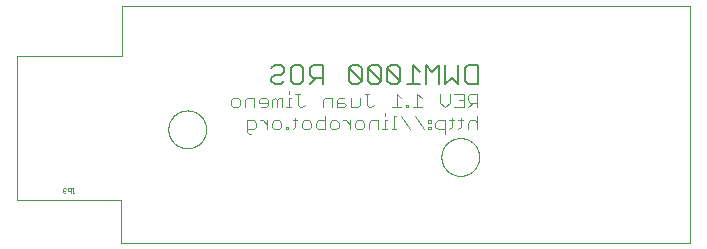
<source format=gbo>
G75*
%MOIN*%
%OFA0B0*%
%FSLAX25Y25*%
%IPPOS*%
%LPD*%
%AMOC8*
5,1,8,0,0,1.08239X$1,22.5*
%
%ADD10C,0.00000*%
%ADD11C,0.00600*%
%ADD12C,0.00400*%
%ADD13C,0.00100*%
D10*
X0035742Y0004543D02*
X0225421Y0004380D01*
X0225257Y0083418D01*
X0036116Y0083287D01*
X0035913Y0066626D01*
X0001142Y0066829D01*
X0001000Y0018636D01*
X0035777Y0018636D01*
X0035742Y0004543D01*
X0142509Y0033078D02*
X0142511Y0033236D01*
X0142517Y0033394D01*
X0142527Y0033552D01*
X0142541Y0033710D01*
X0142559Y0033867D01*
X0142580Y0034024D01*
X0142606Y0034180D01*
X0142636Y0034336D01*
X0142669Y0034491D01*
X0142707Y0034644D01*
X0142748Y0034797D01*
X0142793Y0034949D01*
X0142842Y0035100D01*
X0142895Y0035249D01*
X0142951Y0035397D01*
X0143011Y0035543D01*
X0143075Y0035688D01*
X0143143Y0035831D01*
X0143214Y0035973D01*
X0143288Y0036113D01*
X0143366Y0036250D01*
X0143448Y0036386D01*
X0143532Y0036520D01*
X0143621Y0036651D01*
X0143712Y0036780D01*
X0143807Y0036907D01*
X0143904Y0037032D01*
X0144005Y0037154D01*
X0144109Y0037273D01*
X0144216Y0037390D01*
X0144326Y0037504D01*
X0144439Y0037615D01*
X0144554Y0037724D01*
X0144672Y0037829D01*
X0144793Y0037931D01*
X0144916Y0038031D01*
X0145042Y0038127D01*
X0145170Y0038220D01*
X0145300Y0038310D01*
X0145433Y0038396D01*
X0145568Y0038480D01*
X0145704Y0038559D01*
X0145843Y0038636D01*
X0145984Y0038708D01*
X0146126Y0038778D01*
X0146270Y0038843D01*
X0146416Y0038905D01*
X0146563Y0038963D01*
X0146712Y0039018D01*
X0146862Y0039069D01*
X0147013Y0039116D01*
X0147165Y0039159D01*
X0147318Y0039198D01*
X0147473Y0039234D01*
X0147628Y0039265D01*
X0147784Y0039293D01*
X0147940Y0039317D01*
X0148097Y0039337D01*
X0148255Y0039353D01*
X0148412Y0039365D01*
X0148571Y0039373D01*
X0148729Y0039377D01*
X0148887Y0039377D01*
X0149045Y0039373D01*
X0149204Y0039365D01*
X0149361Y0039353D01*
X0149519Y0039337D01*
X0149676Y0039317D01*
X0149832Y0039293D01*
X0149988Y0039265D01*
X0150143Y0039234D01*
X0150298Y0039198D01*
X0150451Y0039159D01*
X0150603Y0039116D01*
X0150754Y0039069D01*
X0150904Y0039018D01*
X0151053Y0038963D01*
X0151200Y0038905D01*
X0151346Y0038843D01*
X0151490Y0038778D01*
X0151632Y0038708D01*
X0151773Y0038636D01*
X0151912Y0038559D01*
X0152048Y0038480D01*
X0152183Y0038396D01*
X0152316Y0038310D01*
X0152446Y0038220D01*
X0152574Y0038127D01*
X0152700Y0038031D01*
X0152823Y0037931D01*
X0152944Y0037829D01*
X0153062Y0037724D01*
X0153177Y0037615D01*
X0153290Y0037504D01*
X0153400Y0037390D01*
X0153507Y0037273D01*
X0153611Y0037154D01*
X0153712Y0037032D01*
X0153809Y0036907D01*
X0153904Y0036780D01*
X0153995Y0036651D01*
X0154084Y0036520D01*
X0154168Y0036386D01*
X0154250Y0036250D01*
X0154328Y0036113D01*
X0154402Y0035973D01*
X0154473Y0035831D01*
X0154541Y0035688D01*
X0154605Y0035543D01*
X0154665Y0035397D01*
X0154721Y0035249D01*
X0154774Y0035100D01*
X0154823Y0034949D01*
X0154868Y0034797D01*
X0154909Y0034644D01*
X0154947Y0034491D01*
X0154980Y0034336D01*
X0155010Y0034180D01*
X0155036Y0034024D01*
X0155057Y0033867D01*
X0155075Y0033710D01*
X0155089Y0033552D01*
X0155099Y0033394D01*
X0155105Y0033236D01*
X0155107Y0033078D01*
X0155105Y0032920D01*
X0155099Y0032762D01*
X0155089Y0032604D01*
X0155075Y0032446D01*
X0155057Y0032289D01*
X0155036Y0032132D01*
X0155010Y0031976D01*
X0154980Y0031820D01*
X0154947Y0031665D01*
X0154909Y0031512D01*
X0154868Y0031359D01*
X0154823Y0031207D01*
X0154774Y0031056D01*
X0154721Y0030907D01*
X0154665Y0030759D01*
X0154605Y0030613D01*
X0154541Y0030468D01*
X0154473Y0030325D01*
X0154402Y0030183D01*
X0154328Y0030043D01*
X0154250Y0029906D01*
X0154168Y0029770D01*
X0154084Y0029636D01*
X0153995Y0029505D01*
X0153904Y0029376D01*
X0153809Y0029249D01*
X0153712Y0029124D01*
X0153611Y0029002D01*
X0153507Y0028883D01*
X0153400Y0028766D01*
X0153290Y0028652D01*
X0153177Y0028541D01*
X0153062Y0028432D01*
X0152944Y0028327D01*
X0152823Y0028225D01*
X0152700Y0028125D01*
X0152574Y0028029D01*
X0152446Y0027936D01*
X0152316Y0027846D01*
X0152183Y0027760D01*
X0152048Y0027676D01*
X0151912Y0027597D01*
X0151773Y0027520D01*
X0151632Y0027448D01*
X0151490Y0027378D01*
X0151346Y0027313D01*
X0151200Y0027251D01*
X0151053Y0027193D01*
X0150904Y0027138D01*
X0150754Y0027087D01*
X0150603Y0027040D01*
X0150451Y0026997D01*
X0150298Y0026958D01*
X0150143Y0026922D01*
X0149988Y0026891D01*
X0149832Y0026863D01*
X0149676Y0026839D01*
X0149519Y0026819D01*
X0149361Y0026803D01*
X0149204Y0026791D01*
X0149045Y0026783D01*
X0148887Y0026779D01*
X0148729Y0026779D01*
X0148571Y0026783D01*
X0148412Y0026791D01*
X0148255Y0026803D01*
X0148097Y0026819D01*
X0147940Y0026839D01*
X0147784Y0026863D01*
X0147628Y0026891D01*
X0147473Y0026922D01*
X0147318Y0026958D01*
X0147165Y0026997D01*
X0147013Y0027040D01*
X0146862Y0027087D01*
X0146712Y0027138D01*
X0146563Y0027193D01*
X0146416Y0027251D01*
X0146270Y0027313D01*
X0146126Y0027378D01*
X0145984Y0027448D01*
X0145843Y0027520D01*
X0145704Y0027597D01*
X0145568Y0027676D01*
X0145433Y0027760D01*
X0145300Y0027846D01*
X0145170Y0027936D01*
X0145042Y0028029D01*
X0144916Y0028125D01*
X0144793Y0028225D01*
X0144672Y0028327D01*
X0144554Y0028432D01*
X0144439Y0028541D01*
X0144326Y0028652D01*
X0144216Y0028766D01*
X0144109Y0028883D01*
X0144005Y0029002D01*
X0143904Y0029124D01*
X0143807Y0029249D01*
X0143712Y0029376D01*
X0143621Y0029505D01*
X0143532Y0029636D01*
X0143448Y0029770D01*
X0143366Y0029906D01*
X0143288Y0030043D01*
X0143214Y0030183D01*
X0143143Y0030325D01*
X0143075Y0030468D01*
X0143011Y0030613D01*
X0142951Y0030759D01*
X0142895Y0030907D01*
X0142842Y0031056D01*
X0142793Y0031207D01*
X0142748Y0031359D01*
X0142707Y0031512D01*
X0142669Y0031665D01*
X0142636Y0031820D01*
X0142606Y0031976D01*
X0142580Y0032132D01*
X0142559Y0032289D01*
X0142541Y0032446D01*
X0142527Y0032604D01*
X0142517Y0032762D01*
X0142511Y0032920D01*
X0142509Y0033078D01*
X0051494Y0042278D02*
X0051496Y0042436D01*
X0051502Y0042594D01*
X0051512Y0042752D01*
X0051526Y0042910D01*
X0051544Y0043067D01*
X0051565Y0043224D01*
X0051591Y0043380D01*
X0051621Y0043536D01*
X0051654Y0043691D01*
X0051692Y0043844D01*
X0051733Y0043997D01*
X0051778Y0044149D01*
X0051827Y0044300D01*
X0051880Y0044449D01*
X0051936Y0044597D01*
X0051996Y0044743D01*
X0052060Y0044888D01*
X0052128Y0045031D01*
X0052199Y0045173D01*
X0052273Y0045313D01*
X0052351Y0045450D01*
X0052433Y0045586D01*
X0052517Y0045720D01*
X0052606Y0045851D01*
X0052697Y0045980D01*
X0052792Y0046107D01*
X0052889Y0046232D01*
X0052990Y0046354D01*
X0053094Y0046473D01*
X0053201Y0046590D01*
X0053311Y0046704D01*
X0053424Y0046815D01*
X0053539Y0046924D01*
X0053657Y0047029D01*
X0053778Y0047131D01*
X0053901Y0047231D01*
X0054027Y0047327D01*
X0054155Y0047420D01*
X0054285Y0047510D01*
X0054418Y0047596D01*
X0054553Y0047680D01*
X0054689Y0047759D01*
X0054828Y0047836D01*
X0054969Y0047908D01*
X0055111Y0047978D01*
X0055255Y0048043D01*
X0055401Y0048105D01*
X0055548Y0048163D01*
X0055697Y0048218D01*
X0055847Y0048269D01*
X0055998Y0048316D01*
X0056150Y0048359D01*
X0056303Y0048398D01*
X0056458Y0048434D01*
X0056613Y0048465D01*
X0056769Y0048493D01*
X0056925Y0048517D01*
X0057082Y0048537D01*
X0057240Y0048553D01*
X0057397Y0048565D01*
X0057556Y0048573D01*
X0057714Y0048577D01*
X0057872Y0048577D01*
X0058030Y0048573D01*
X0058189Y0048565D01*
X0058346Y0048553D01*
X0058504Y0048537D01*
X0058661Y0048517D01*
X0058817Y0048493D01*
X0058973Y0048465D01*
X0059128Y0048434D01*
X0059283Y0048398D01*
X0059436Y0048359D01*
X0059588Y0048316D01*
X0059739Y0048269D01*
X0059889Y0048218D01*
X0060038Y0048163D01*
X0060185Y0048105D01*
X0060331Y0048043D01*
X0060475Y0047978D01*
X0060617Y0047908D01*
X0060758Y0047836D01*
X0060897Y0047759D01*
X0061033Y0047680D01*
X0061168Y0047596D01*
X0061301Y0047510D01*
X0061431Y0047420D01*
X0061559Y0047327D01*
X0061685Y0047231D01*
X0061808Y0047131D01*
X0061929Y0047029D01*
X0062047Y0046924D01*
X0062162Y0046815D01*
X0062275Y0046704D01*
X0062385Y0046590D01*
X0062492Y0046473D01*
X0062596Y0046354D01*
X0062697Y0046232D01*
X0062794Y0046107D01*
X0062889Y0045980D01*
X0062980Y0045851D01*
X0063069Y0045720D01*
X0063153Y0045586D01*
X0063235Y0045450D01*
X0063313Y0045313D01*
X0063387Y0045173D01*
X0063458Y0045031D01*
X0063526Y0044888D01*
X0063590Y0044743D01*
X0063650Y0044597D01*
X0063706Y0044449D01*
X0063759Y0044300D01*
X0063808Y0044149D01*
X0063853Y0043997D01*
X0063894Y0043844D01*
X0063932Y0043691D01*
X0063965Y0043536D01*
X0063995Y0043380D01*
X0064021Y0043224D01*
X0064042Y0043067D01*
X0064060Y0042910D01*
X0064074Y0042752D01*
X0064084Y0042594D01*
X0064090Y0042436D01*
X0064092Y0042278D01*
X0064090Y0042120D01*
X0064084Y0041962D01*
X0064074Y0041804D01*
X0064060Y0041646D01*
X0064042Y0041489D01*
X0064021Y0041332D01*
X0063995Y0041176D01*
X0063965Y0041020D01*
X0063932Y0040865D01*
X0063894Y0040712D01*
X0063853Y0040559D01*
X0063808Y0040407D01*
X0063759Y0040256D01*
X0063706Y0040107D01*
X0063650Y0039959D01*
X0063590Y0039813D01*
X0063526Y0039668D01*
X0063458Y0039525D01*
X0063387Y0039383D01*
X0063313Y0039243D01*
X0063235Y0039106D01*
X0063153Y0038970D01*
X0063069Y0038836D01*
X0062980Y0038705D01*
X0062889Y0038576D01*
X0062794Y0038449D01*
X0062697Y0038324D01*
X0062596Y0038202D01*
X0062492Y0038083D01*
X0062385Y0037966D01*
X0062275Y0037852D01*
X0062162Y0037741D01*
X0062047Y0037632D01*
X0061929Y0037527D01*
X0061808Y0037425D01*
X0061685Y0037325D01*
X0061559Y0037229D01*
X0061431Y0037136D01*
X0061301Y0037046D01*
X0061168Y0036960D01*
X0061033Y0036876D01*
X0060897Y0036797D01*
X0060758Y0036720D01*
X0060617Y0036648D01*
X0060475Y0036578D01*
X0060331Y0036513D01*
X0060185Y0036451D01*
X0060038Y0036393D01*
X0059889Y0036338D01*
X0059739Y0036287D01*
X0059588Y0036240D01*
X0059436Y0036197D01*
X0059283Y0036158D01*
X0059128Y0036122D01*
X0058973Y0036091D01*
X0058817Y0036063D01*
X0058661Y0036039D01*
X0058504Y0036019D01*
X0058346Y0036003D01*
X0058189Y0035991D01*
X0058030Y0035983D01*
X0057872Y0035979D01*
X0057714Y0035979D01*
X0057556Y0035983D01*
X0057397Y0035991D01*
X0057240Y0036003D01*
X0057082Y0036019D01*
X0056925Y0036039D01*
X0056769Y0036063D01*
X0056613Y0036091D01*
X0056458Y0036122D01*
X0056303Y0036158D01*
X0056150Y0036197D01*
X0055998Y0036240D01*
X0055847Y0036287D01*
X0055697Y0036338D01*
X0055548Y0036393D01*
X0055401Y0036451D01*
X0055255Y0036513D01*
X0055111Y0036578D01*
X0054969Y0036648D01*
X0054828Y0036720D01*
X0054689Y0036797D01*
X0054553Y0036876D01*
X0054418Y0036960D01*
X0054285Y0037046D01*
X0054155Y0037136D01*
X0054027Y0037229D01*
X0053901Y0037325D01*
X0053778Y0037425D01*
X0053657Y0037527D01*
X0053539Y0037632D01*
X0053424Y0037741D01*
X0053311Y0037852D01*
X0053201Y0037966D01*
X0053094Y0038083D01*
X0052990Y0038202D01*
X0052889Y0038324D01*
X0052792Y0038449D01*
X0052697Y0038576D01*
X0052606Y0038705D01*
X0052517Y0038836D01*
X0052433Y0038970D01*
X0052351Y0039106D01*
X0052273Y0039243D01*
X0052199Y0039383D01*
X0052128Y0039525D01*
X0052060Y0039668D01*
X0051996Y0039813D01*
X0051936Y0039959D01*
X0051880Y0040107D01*
X0051827Y0040256D01*
X0051778Y0040407D01*
X0051733Y0040559D01*
X0051692Y0040712D01*
X0051654Y0040865D01*
X0051621Y0041020D01*
X0051591Y0041176D01*
X0051565Y0041332D01*
X0051544Y0041489D01*
X0051526Y0041646D01*
X0051512Y0041804D01*
X0051502Y0041962D01*
X0051496Y0042120D01*
X0051494Y0042278D01*
D11*
X0085837Y0058341D02*
X0086905Y0057274D01*
X0089040Y0057274D01*
X0090108Y0058341D01*
X0092283Y0058341D02*
X0092283Y0062612D01*
X0093350Y0063679D01*
X0095486Y0063679D01*
X0096553Y0062612D01*
X0096553Y0058341D01*
X0095486Y0057274D01*
X0093350Y0057274D01*
X0092283Y0058341D01*
X0086905Y0060477D02*
X0085837Y0059409D01*
X0085837Y0058341D01*
X0086905Y0060477D02*
X0089040Y0060477D01*
X0090108Y0061544D01*
X0090108Y0062612D01*
X0089040Y0063679D01*
X0086905Y0063679D01*
X0085837Y0062612D01*
X0098728Y0062612D02*
X0098728Y0060477D01*
X0099796Y0059409D01*
X0102999Y0059409D01*
X0100864Y0059409D02*
X0098728Y0057274D01*
X0102999Y0057274D02*
X0102999Y0063679D01*
X0099796Y0063679D01*
X0098728Y0062612D01*
X0111619Y0062612D02*
X0111619Y0058341D01*
X0112687Y0057274D01*
X0114822Y0057274D01*
X0115890Y0058341D01*
X0111619Y0062612D01*
X0112687Y0063679D01*
X0114822Y0063679D01*
X0115890Y0062612D01*
X0115890Y0058341D01*
X0118065Y0058341D02*
X0119132Y0057274D01*
X0121268Y0057274D01*
X0122335Y0058341D01*
X0118065Y0062612D01*
X0118065Y0058341D01*
X0122335Y0058341D02*
X0122335Y0062612D01*
X0121268Y0063679D01*
X0119132Y0063679D01*
X0118065Y0062612D01*
X0124510Y0062612D02*
X0128781Y0058341D01*
X0127713Y0057274D01*
X0125578Y0057274D01*
X0124510Y0058341D01*
X0124510Y0062612D01*
X0125578Y0063679D01*
X0127713Y0063679D01*
X0128781Y0062612D01*
X0128781Y0058341D01*
X0130956Y0057274D02*
X0135226Y0057274D01*
X0133091Y0057274D02*
X0133091Y0063679D01*
X0135226Y0061544D01*
X0137401Y0063679D02*
X0139537Y0061544D01*
X0141672Y0063679D01*
X0141672Y0057274D01*
X0143847Y0057274D02*
X0143847Y0063679D01*
X0148117Y0063679D02*
X0148117Y0057274D01*
X0145982Y0059409D01*
X0143847Y0057274D01*
X0150292Y0058341D02*
X0150292Y0062612D01*
X0151360Y0063679D01*
X0154563Y0063679D01*
X0154563Y0057274D01*
X0151360Y0057274D01*
X0150292Y0058341D01*
X0137401Y0057274D02*
X0137401Y0063679D01*
D12*
X0134546Y0054228D02*
X0134546Y0049624D01*
X0136081Y0049624D02*
X0133011Y0049624D01*
X0131477Y0049624D02*
X0131477Y0050391D01*
X0130709Y0050391D01*
X0130709Y0049624D01*
X0131477Y0049624D01*
X0129175Y0049624D02*
X0126105Y0049624D01*
X0127640Y0049624D02*
X0127640Y0054228D01*
X0129175Y0052693D01*
X0134546Y0054228D02*
X0136081Y0052693D01*
X0142219Y0051158D02*
X0142219Y0054228D01*
X0145288Y0054228D02*
X0145288Y0051158D01*
X0143754Y0049624D01*
X0142219Y0051158D01*
X0146823Y0049624D02*
X0149892Y0049624D01*
X0149892Y0054228D01*
X0146823Y0054228D01*
X0151427Y0053460D02*
X0151427Y0051926D01*
X0152194Y0051158D01*
X0154496Y0051158D01*
X0152962Y0051158D02*
X0151427Y0049624D01*
X0154496Y0049624D02*
X0154496Y0054228D01*
X0152194Y0054228D01*
X0151427Y0053460D01*
X0149892Y0051926D02*
X0148358Y0051926D01*
X0154331Y0046839D02*
X0154331Y0042235D01*
X0151262Y0042235D02*
X0151262Y0044537D01*
X0152029Y0045305D01*
X0153564Y0045305D01*
X0154331Y0044537D01*
X0149727Y0045305D02*
X0148192Y0045305D01*
X0148960Y0046072D02*
X0148960Y0043003D01*
X0148192Y0042235D01*
X0145890Y0043003D02*
X0145123Y0042235D01*
X0145890Y0043003D02*
X0145890Y0046072D01*
X0145123Y0045305D02*
X0146658Y0045305D01*
X0143588Y0045305D02*
X0141286Y0045305D01*
X0140519Y0044537D01*
X0140519Y0043003D01*
X0141286Y0042235D01*
X0143588Y0042235D01*
X0143588Y0040701D02*
X0143588Y0045305D01*
X0138984Y0045305D02*
X0138984Y0044537D01*
X0138217Y0044537D01*
X0138217Y0045305D01*
X0138984Y0045305D01*
X0138984Y0043003D02*
X0138984Y0042235D01*
X0138217Y0042235D01*
X0138217Y0043003D01*
X0138984Y0043003D01*
X0136682Y0042235D02*
X0133613Y0046839D01*
X0129009Y0046839D02*
X0132079Y0042235D01*
X0127475Y0042235D02*
X0125940Y0042235D01*
X0126707Y0042235D02*
X0126707Y0046839D01*
X0127475Y0046839D01*
X0124405Y0045305D02*
X0123638Y0045305D01*
X0123638Y0042235D01*
X0124405Y0042235D02*
X0122871Y0042235D01*
X0121336Y0042235D02*
X0121336Y0045305D01*
X0119034Y0045305D01*
X0118267Y0044537D01*
X0118267Y0042235D01*
X0116732Y0043003D02*
X0115965Y0042235D01*
X0114430Y0042235D01*
X0113663Y0043003D01*
X0113663Y0044537D01*
X0114430Y0045305D01*
X0115965Y0045305D01*
X0116732Y0044537D01*
X0116732Y0043003D01*
X0112128Y0043770D02*
X0110594Y0045305D01*
X0109826Y0045305D01*
X0108292Y0044537D02*
X0108292Y0043003D01*
X0107524Y0042235D01*
X0105990Y0042235D01*
X0105222Y0043003D01*
X0105222Y0044537D01*
X0105990Y0045305D01*
X0107524Y0045305D01*
X0108292Y0044537D01*
X0103688Y0045305D02*
X0101386Y0045305D01*
X0100618Y0044537D01*
X0100618Y0043003D01*
X0101386Y0042235D01*
X0103688Y0042235D01*
X0103688Y0046839D01*
X0099084Y0044537D02*
X0098316Y0045305D01*
X0096782Y0045305D01*
X0096014Y0044537D01*
X0096014Y0043003D01*
X0096782Y0042235D01*
X0098316Y0042235D01*
X0099084Y0043003D01*
X0099084Y0044537D01*
X0094480Y0045305D02*
X0092945Y0045305D01*
X0093713Y0046072D02*
X0093713Y0043003D01*
X0092945Y0042235D01*
X0091411Y0042235D02*
X0091411Y0043003D01*
X0090643Y0043003D01*
X0090643Y0042235D01*
X0091411Y0042235D01*
X0089109Y0043003D02*
X0088341Y0042235D01*
X0086807Y0042235D01*
X0086039Y0043003D01*
X0086039Y0044537D01*
X0086807Y0045305D01*
X0088341Y0045305D01*
X0089109Y0044537D01*
X0089109Y0043003D01*
X0084505Y0043770D02*
X0082970Y0045305D01*
X0082203Y0045305D01*
X0080668Y0044537D02*
X0080668Y0043003D01*
X0079901Y0042235D01*
X0077599Y0042235D01*
X0077599Y0041468D02*
X0077599Y0045305D01*
X0079901Y0045305D01*
X0080668Y0044537D01*
X0084505Y0045305D02*
X0084505Y0042235D01*
X0079133Y0040701D02*
X0078366Y0040701D01*
X0077599Y0041468D01*
X0076997Y0049624D02*
X0076997Y0051926D01*
X0077764Y0052693D01*
X0080066Y0052693D01*
X0080066Y0049624D01*
X0082368Y0049624D02*
X0083903Y0049624D01*
X0084670Y0050391D01*
X0084670Y0051926D01*
X0083903Y0052693D01*
X0082368Y0052693D01*
X0081601Y0051926D01*
X0081601Y0051158D01*
X0084670Y0051158D01*
X0086205Y0051926D02*
X0086205Y0049624D01*
X0087739Y0049624D02*
X0087739Y0051926D01*
X0086972Y0052693D01*
X0086205Y0051926D01*
X0087739Y0051926D02*
X0088507Y0052693D01*
X0089274Y0052693D01*
X0089274Y0049624D01*
X0090809Y0049624D02*
X0092343Y0049624D01*
X0091576Y0049624D02*
X0091576Y0052693D01*
X0092343Y0052693D01*
X0091576Y0054228D02*
X0091576Y0054995D01*
X0093878Y0054228D02*
X0095413Y0054228D01*
X0094645Y0054228D02*
X0094645Y0050391D01*
X0095413Y0049624D01*
X0096180Y0049624D01*
X0096947Y0050391D01*
X0103086Y0049624D02*
X0103086Y0051926D01*
X0103853Y0052693D01*
X0106155Y0052693D01*
X0106155Y0049624D01*
X0107690Y0049624D02*
X0109992Y0049624D01*
X0110759Y0050391D01*
X0109992Y0051158D01*
X0107690Y0051158D01*
X0107690Y0051926D02*
X0107690Y0049624D01*
X0112294Y0049624D02*
X0112294Y0052693D01*
X0109992Y0052693D02*
X0108457Y0052693D01*
X0107690Y0051926D01*
X0112294Y0049624D02*
X0114596Y0049624D01*
X0115363Y0050391D01*
X0115363Y0052693D01*
X0116898Y0054228D02*
X0118432Y0054228D01*
X0117665Y0054228D02*
X0117665Y0050391D01*
X0118432Y0049624D01*
X0119200Y0049624D01*
X0119967Y0050391D01*
X0123638Y0047606D02*
X0123638Y0046839D01*
X0112128Y0045305D02*
X0112128Y0042235D01*
X0075462Y0050391D02*
X0074695Y0049624D01*
X0073160Y0049624D01*
X0072393Y0050391D01*
X0072393Y0051926D01*
X0073160Y0052693D01*
X0074695Y0052693D01*
X0075462Y0051926D01*
X0075462Y0050391D01*
D13*
X0019880Y0022587D02*
X0019380Y0022587D01*
X0019630Y0022587D02*
X0019630Y0021336D01*
X0019880Y0021086D01*
X0020130Y0021086D01*
X0020380Y0021336D01*
X0018907Y0021086D02*
X0018907Y0022587D01*
X0018157Y0022587D01*
X0017906Y0022337D01*
X0017906Y0021837D01*
X0018157Y0021586D01*
X0018907Y0021586D01*
X0017434Y0021336D02*
X0017184Y0021086D01*
X0016683Y0021086D01*
X0016433Y0021336D01*
X0016433Y0021586D01*
X0016683Y0021837D01*
X0016934Y0021837D01*
X0016683Y0021837D02*
X0016433Y0022087D01*
X0016433Y0022337D01*
X0016683Y0022587D01*
X0017184Y0022587D01*
X0017434Y0022337D01*
M02*

</source>
